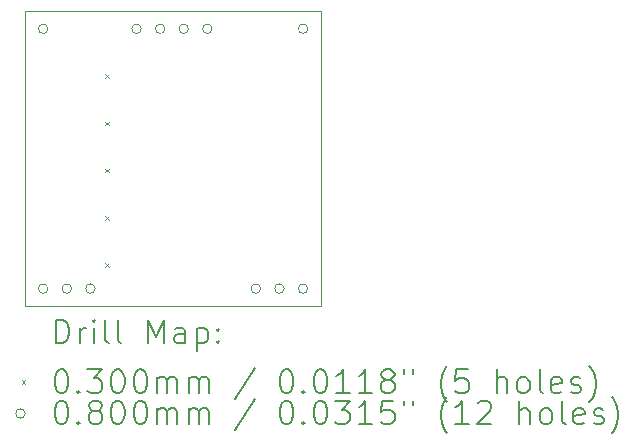
<source format=gbr>
%TF.GenerationSoftware,KiCad,Pcbnew,8.0.3*%
%TF.CreationDate,2024-07-13T20:36:05+02:00*%
%TF.ProjectId,Led Nixie,4c656420-4e69-4786-9965-2e6b69636164,rev?*%
%TF.SameCoordinates,Original*%
%TF.FileFunction,Drillmap*%
%TF.FilePolarity,Positive*%
%FSLAX45Y45*%
G04 Gerber Fmt 4.5, Leading zero omitted, Abs format (unit mm)*
G04 Created by KiCad (PCBNEW 8.0.3) date 2024-07-13 20:36:05*
%MOMM*%
%LPD*%
G01*
G04 APERTURE LIST*
%ADD10C,0.050000*%
%ADD11C,0.200000*%
%ADD12C,0.100000*%
G04 APERTURE END LIST*
D10*
X8750000Y-2750000D02*
X11250000Y-2750000D01*
X11250000Y-5250000D01*
X8750000Y-5250000D01*
X8750000Y-2750000D01*
D11*
D12*
X9425000Y-3285000D02*
X9455000Y-3315000D01*
X9455000Y-3285000D02*
X9425000Y-3315000D01*
X9425000Y-3685000D02*
X9455000Y-3715000D01*
X9455000Y-3685000D02*
X9425000Y-3715000D01*
X9425000Y-4085000D02*
X9455000Y-4115000D01*
X9455000Y-4085000D02*
X9425000Y-4115000D01*
X9425000Y-4485000D02*
X9455000Y-4515000D01*
X9455000Y-4485000D02*
X9425000Y-4515000D01*
X9425000Y-4885000D02*
X9455000Y-4915000D01*
X9455000Y-4885000D02*
X9425000Y-4915000D01*
X8940000Y-2900000D02*
G75*
G02*
X8860000Y-2900000I-40000J0D01*
G01*
X8860000Y-2900000D02*
G75*
G02*
X8940000Y-2900000I40000J0D01*
G01*
X8940000Y-5100000D02*
G75*
G02*
X8860000Y-5100000I-40000J0D01*
G01*
X8860000Y-5100000D02*
G75*
G02*
X8940000Y-5100000I40000J0D01*
G01*
X9140000Y-5100000D02*
G75*
G02*
X9060000Y-5100000I-40000J0D01*
G01*
X9060000Y-5100000D02*
G75*
G02*
X9140000Y-5100000I40000J0D01*
G01*
X9340000Y-5100000D02*
G75*
G02*
X9260000Y-5100000I-40000J0D01*
G01*
X9260000Y-5100000D02*
G75*
G02*
X9340000Y-5100000I40000J0D01*
G01*
X9730000Y-2900000D02*
G75*
G02*
X9650000Y-2900000I-40000J0D01*
G01*
X9650000Y-2900000D02*
G75*
G02*
X9730000Y-2900000I40000J0D01*
G01*
X9930000Y-2900000D02*
G75*
G02*
X9850000Y-2900000I-40000J0D01*
G01*
X9850000Y-2900000D02*
G75*
G02*
X9930000Y-2900000I40000J0D01*
G01*
X10130000Y-2900000D02*
G75*
G02*
X10050000Y-2900000I-40000J0D01*
G01*
X10050000Y-2900000D02*
G75*
G02*
X10130000Y-2900000I40000J0D01*
G01*
X10330000Y-2900000D02*
G75*
G02*
X10250000Y-2900000I-40000J0D01*
G01*
X10250000Y-2900000D02*
G75*
G02*
X10330000Y-2900000I40000J0D01*
G01*
X10740000Y-5100000D02*
G75*
G02*
X10660000Y-5100000I-40000J0D01*
G01*
X10660000Y-5100000D02*
G75*
G02*
X10740000Y-5100000I40000J0D01*
G01*
X10940000Y-5100000D02*
G75*
G02*
X10860000Y-5100000I-40000J0D01*
G01*
X10860000Y-5100000D02*
G75*
G02*
X10940000Y-5100000I40000J0D01*
G01*
X11140000Y-2900000D02*
G75*
G02*
X11060000Y-2900000I-40000J0D01*
G01*
X11060000Y-2900000D02*
G75*
G02*
X11140000Y-2900000I40000J0D01*
G01*
X11140000Y-5100000D02*
G75*
G02*
X11060000Y-5100000I-40000J0D01*
G01*
X11060000Y-5100000D02*
G75*
G02*
X11140000Y-5100000I40000J0D01*
G01*
D11*
X9008277Y-5563984D02*
X9008277Y-5363984D01*
X9008277Y-5363984D02*
X9055896Y-5363984D01*
X9055896Y-5363984D02*
X9084467Y-5373508D01*
X9084467Y-5373508D02*
X9103515Y-5392555D01*
X9103515Y-5392555D02*
X9113039Y-5411603D01*
X9113039Y-5411603D02*
X9122563Y-5449698D01*
X9122563Y-5449698D02*
X9122563Y-5478270D01*
X9122563Y-5478270D02*
X9113039Y-5516365D01*
X9113039Y-5516365D02*
X9103515Y-5535412D01*
X9103515Y-5535412D02*
X9084467Y-5554460D01*
X9084467Y-5554460D02*
X9055896Y-5563984D01*
X9055896Y-5563984D02*
X9008277Y-5563984D01*
X9208277Y-5563984D02*
X9208277Y-5430650D01*
X9208277Y-5468746D02*
X9217801Y-5449698D01*
X9217801Y-5449698D02*
X9227324Y-5440174D01*
X9227324Y-5440174D02*
X9246372Y-5430650D01*
X9246372Y-5430650D02*
X9265420Y-5430650D01*
X9332086Y-5563984D02*
X9332086Y-5430650D01*
X9332086Y-5363984D02*
X9322563Y-5373508D01*
X9322563Y-5373508D02*
X9332086Y-5383031D01*
X9332086Y-5383031D02*
X9341610Y-5373508D01*
X9341610Y-5373508D02*
X9332086Y-5363984D01*
X9332086Y-5363984D02*
X9332086Y-5383031D01*
X9455896Y-5563984D02*
X9436848Y-5554460D01*
X9436848Y-5554460D02*
X9427324Y-5535412D01*
X9427324Y-5535412D02*
X9427324Y-5363984D01*
X9560658Y-5563984D02*
X9541610Y-5554460D01*
X9541610Y-5554460D02*
X9532086Y-5535412D01*
X9532086Y-5535412D02*
X9532086Y-5363984D01*
X9789229Y-5563984D02*
X9789229Y-5363984D01*
X9789229Y-5363984D02*
X9855896Y-5506841D01*
X9855896Y-5506841D02*
X9922563Y-5363984D01*
X9922563Y-5363984D02*
X9922563Y-5563984D01*
X10103515Y-5563984D02*
X10103515Y-5459222D01*
X10103515Y-5459222D02*
X10093991Y-5440174D01*
X10093991Y-5440174D02*
X10074944Y-5430650D01*
X10074944Y-5430650D02*
X10036848Y-5430650D01*
X10036848Y-5430650D02*
X10017801Y-5440174D01*
X10103515Y-5554460D02*
X10084467Y-5563984D01*
X10084467Y-5563984D02*
X10036848Y-5563984D01*
X10036848Y-5563984D02*
X10017801Y-5554460D01*
X10017801Y-5554460D02*
X10008277Y-5535412D01*
X10008277Y-5535412D02*
X10008277Y-5516365D01*
X10008277Y-5516365D02*
X10017801Y-5497317D01*
X10017801Y-5497317D02*
X10036848Y-5487793D01*
X10036848Y-5487793D02*
X10084467Y-5487793D01*
X10084467Y-5487793D02*
X10103515Y-5478270D01*
X10198753Y-5430650D02*
X10198753Y-5630650D01*
X10198753Y-5440174D02*
X10217801Y-5430650D01*
X10217801Y-5430650D02*
X10255896Y-5430650D01*
X10255896Y-5430650D02*
X10274944Y-5440174D01*
X10274944Y-5440174D02*
X10284467Y-5449698D01*
X10284467Y-5449698D02*
X10293991Y-5468746D01*
X10293991Y-5468746D02*
X10293991Y-5525889D01*
X10293991Y-5525889D02*
X10284467Y-5544936D01*
X10284467Y-5544936D02*
X10274944Y-5554460D01*
X10274944Y-5554460D02*
X10255896Y-5563984D01*
X10255896Y-5563984D02*
X10217801Y-5563984D01*
X10217801Y-5563984D02*
X10198753Y-5554460D01*
X10379705Y-5544936D02*
X10389229Y-5554460D01*
X10389229Y-5554460D02*
X10379705Y-5563984D01*
X10379705Y-5563984D02*
X10370182Y-5554460D01*
X10370182Y-5554460D02*
X10379705Y-5544936D01*
X10379705Y-5544936D02*
X10379705Y-5563984D01*
X10379705Y-5440174D02*
X10389229Y-5449698D01*
X10389229Y-5449698D02*
X10379705Y-5459222D01*
X10379705Y-5459222D02*
X10370182Y-5449698D01*
X10370182Y-5449698D02*
X10379705Y-5440174D01*
X10379705Y-5440174D02*
X10379705Y-5459222D01*
D12*
X8717500Y-5877500D02*
X8747500Y-5907500D01*
X8747500Y-5877500D02*
X8717500Y-5907500D01*
D11*
X9046372Y-5783984D02*
X9065420Y-5783984D01*
X9065420Y-5783984D02*
X9084467Y-5793508D01*
X9084467Y-5793508D02*
X9093991Y-5803031D01*
X9093991Y-5803031D02*
X9103515Y-5822079D01*
X9103515Y-5822079D02*
X9113039Y-5860174D01*
X9113039Y-5860174D02*
X9113039Y-5907793D01*
X9113039Y-5907793D02*
X9103515Y-5945888D01*
X9103515Y-5945888D02*
X9093991Y-5964936D01*
X9093991Y-5964936D02*
X9084467Y-5974460D01*
X9084467Y-5974460D02*
X9065420Y-5983984D01*
X9065420Y-5983984D02*
X9046372Y-5983984D01*
X9046372Y-5983984D02*
X9027324Y-5974460D01*
X9027324Y-5974460D02*
X9017801Y-5964936D01*
X9017801Y-5964936D02*
X9008277Y-5945888D01*
X9008277Y-5945888D02*
X8998753Y-5907793D01*
X8998753Y-5907793D02*
X8998753Y-5860174D01*
X8998753Y-5860174D02*
X9008277Y-5822079D01*
X9008277Y-5822079D02*
X9017801Y-5803031D01*
X9017801Y-5803031D02*
X9027324Y-5793508D01*
X9027324Y-5793508D02*
X9046372Y-5783984D01*
X9198753Y-5964936D02*
X9208277Y-5974460D01*
X9208277Y-5974460D02*
X9198753Y-5983984D01*
X9198753Y-5983984D02*
X9189229Y-5974460D01*
X9189229Y-5974460D02*
X9198753Y-5964936D01*
X9198753Y-5964936D02*
X9198753Y-5983984D01*
X9274944Y-5783984D02*
X9398753Y-5783984D01*
X9398753Y-5783984D02*
X9332086Y-5860174D01*
X9332086Y-5860174D02*
X9360658Y-5860174D01*
X9360658Y-5860174D02*
X9379705Y-5869698D01*
X9379705Y-5869698D02*
X9389229Y-5879222D01*
X9389229Y-5879222D02*
X9398753Y-5898269D01*
X9398753Y-5898269D02*
X9398753Y-5945888D01*
X9398753Y-5945888D02*
X9389229Y-5964936D01*
X9389229Y-5964936D02*
X9379705Y-5974460D01*
X9379705Y-5974460D02*
X9360658Y-5983984D01*
X9360658Y-5983984D02*
X9303515Y-5983984D01*
X9303515Y-5983984D02*
X9284467Y-5974460D01*
X9284467Y-5974460D02*
X9274944Y-5964936D01*
X9522563Y-5783984D02*
X9541610Y-5783984D01*
X9541610Y-5783984D02*
X9560658Y-5793508D01*
X9560658Y-5793508D02*
X9570182Y-5803031D01*
X9570182Y-5803031D02*
X9579705Y-5822079D01*
X9579705Y-5822079D02*
X9589229Y-5860174D01*
X9589229Y-5860174D02*
X9589229Y-5907793D01*
X9589229Y-5907793D02*
X9579705Y-5945888D01*
X9579705Y-5945888D02*
X9570182Y-5964936D01*
X9570182Y-5964936D02*
X9560658Y-5974460D01*
X9560658Y-5974460D02*
X9541610Y-5983984D01*
X9541610Y-5983984D02*
X9522563Y-5983984D01*
X9522563Y-5983984D02*
X9503515Y-5974460D01*
X9503515Y-5974460D02*
X9493991Y-5964936D01*
X9493991Y-5964936D02*
X9484467Y-5945888D01*
X9484467Y-5945888D02*
X9474944Y-5907793D01*
X9474944Y-5907793D02*
X9474944Y-5860174D01*
X9474944Y-5860174D02*
X9484467Y-5822079D01*
X9484467Y-5822079D02*
X9493991Y-5803031D01*
X9493991Y-5803031D02*
X9503515Y-5793508D01*
X9503515Y-5793508D02*
X9522563Y-5783984D01*
X9713039Y-5783984D02*
X9732086Y-5783984D01*
X9732086Y-5783984D02*
X9751134Y-5793508D01*
X9751134Y-5793508D02*
X9760658Y-5803031D01*
X9760658Y-5803031D02*
X9770182Y-5822079D01*
X9770182Y-5822079D02*
X9779705Y-5860174D01*
X9779705Y-5860174D02*
X9779705Y-5907793D01*
X9779705Y-5907793D02*
X9770182Y-5945888D01*
X9770182Y-5945888D02*
X9760658Y-5964936D01*
X9760658Y-5964936D02*
X9751134Y-5974460D01*
X9751134Y-5974460D02*
X9732086Y-5983984D01*
X9732086Y-5983984D02*
X9713039Y-5983984D01*
X9713039Y-5983984D02*
X9693991Y-5974460D01*
X9693991Y-5974460D02*
X9684467Y-5964936D01*
X9684467Y-5964936D02*
X9674944Y-5945888D01*
X9674944Y-5945888D02*
X9665420Y-5907793D01*
X9665420Y-5907793D02*
X9665420Y-5860174D01*
X9665420Y-5860174D02*
X9674944Y-5822079D01*
X9674944Y-5822079D02*
X9684467Y-5803031D01*
X9684467Y-5803031D02*
X9693991Y-5793508D01*
X9693991Y-5793508D02*
X9713039Y-5783984D01*
X9865420Y-5983984D02*
X9865420Y-5850650D01*
X9865420Y-5869698D02*
X9874944Y-5860174D01*
X9874944Y-5860174D02*
X9893991Y-5850650D01*
X9893991Y-5850650D02*
X9922563Y-5850650D01*
X9922563Y-5850650D02*
X9941610Y-5860174D01*
X9941610Y-5860174D02*
X9951134Y-5879222D01*
X9951134Y-5879222D02*
X9951134Y-5983984D01*
X9951134Y-5879222D02*
X9960658Y-5860174D01*
X9960658Y-5860174D02*
X9979705Y-5850650D01*
X9979705Y-5850650D02*
X10008277Y-5850650D01*
X10008277Y-5850650D02*
X10027325Y-5860174D01*
X10027325Y-5860174D02*
X10036848Y-5879222D01*
X10036848Y-5879222D02*
X10036848Y-5983984D01*
X10132086Y-5983984D02*
X10132086Y-5850650D01*
X10132086Y-5869698D02*
X10141610Y-5860174D01*
X10141610Y-5860174D02*
X10160658Y-5850650D01*
X10160658Y-5850650D02*
X10189229Y-5850650D01*
X10189229Y-5850650D02*
X10208277Y-5860174D01*
X10208277Y-5860174D02*
X10217801Y-5879222D01*
X10217801Y-5879222D02*
X10217801Y-5983984D01*
X10217801Y-5879222D02*
X10227325Y-5860174D01*
X10227325Y-5860174D02*
X10246372Y-5850650D01*
X10246372Y-5850650D02*
X10274944Y-5850650D01*
X10274944Y-5850650D02*
X10293991Y-5860174D01*
X10293991Y-5860174D02*
X10303515Y-5879222D01*
X10303515Y-5879222D02*
X10303515Y-5983984D01*
X10693991Y-5774460D02*
X10522563Y-6031603D01*
X10951134Y-5783984D02*
X10970182Y-5783984D01*
X10970182Y-5783984D02*
X10989229Y-5793508D01*
X10989229Y-5793508D02*
X10998753Y-5803031D01*
X10998753Y-5803031D02*
X11008277Y-5822079D01*
X11008277Y-5822079D02*
X11017801Y-5860174D01*
X11017801Y-5860174D02*
X11017801Y-5907793D01*
X11017801Y-5907793D02*
X11008277Y-5945888D01*
X11008277Y-5945888D02*
X10998753Y-5964936D01*
X10998753Y-5964936D02*
X10989229Y-5974460D01*
X10989229Y-5974460D02*
X10970182Y-5983984D01*
X10970182Y-5983984D02*
X10951134Y-5983984D01*
X10951134Y-5983984D02*
X10932087Y-5974460D01*
X10932087Y-5974460D02*
X10922563Y-5964936D01*
X10922563Y-5964936D02*
X10913039Y-5945888D01*
X10913039Y-5945888D02*
X10903515Y-5907793D01*
X10903515Y-5907793D02*
X10903515Y-5860174D01*
X10903515Y-5860174D02*
X10913039Y-5822079D01*
X10913039Y-5822079D02*
X10922563Y-5803031D01*
X10922563Y-5803031D02*
X10932087Y-5793508D01*
X10932087Y-5793508D02*
X10951134Y-5783984D01*
X11103515Y-5964936D02*
X11113039Y-5974460D01*
X11113039Y-5974460D02*
X11103515Y-5983984D01*
X11103515Y-5983984D02*
X11093991Y-5974460D01*
X11093991Y-5974460D02*
X11103515Y-5964936D01*
X11103515Y-5964936D02*
X11103515Y-5983984D01*
X11236848Y-5783984D02*
X11255896Y-5783984D01*
X11255896Y-5783984D02*
X11274944Y-5793508D01*
X11274944Y-5793508D02*
X11284467Y-5803031D01*
X11284467Y-5803031D02*
X11293991Y-5822079D01*
X11293991Y-5822079D02*
X11303515Y-5860174D01*
X11303515Y-5860174D02*
X11303515Y-5907793D01*
X11303515Y-5907793D02*
X11293991Y-5945888D01*
X11293991Y-5945888D02*
X11284467Y-5964936D01*
X11284467Y-5964936D02*
X11274944Y-5974460D01*
X11274944Y-5974460D02*
X11255896Y-5983984D01*
X11255896Y-5983984D02*
X11236848Y-5983984D01*
X11236848Y-5983984D02*
X11217801Y-5974460D01*
X11217801Y-5974460D02*
X11208277Y-5964936D01*
X11208277Y-5964936D02*
X11198753Y-5945888D01*
X11198753Y-5945888D02*
X11189229Y-5907793D01*
X11189229Y-5907793D02*
X11189229Y-5860174D01*
X11189229Y-5860174D02*
X11198753Y-5822079D01*
X11198753Y-5822079D02*
X11208277Y-5803031D01*
X11208277Y-5803031D02*
X11217801Y-5793508D01*
X11217801Y-5793508D02*
X11236848Y-5783984D01*
X11493991Y-5983984D02*
X11379706Y-5983984D01*
X11436848Y-5983984D02*
X11436848Y-5783984D01*
X11436848Y-5783984D02*
X11417801Y-5812555D01*
X11417801Y-5812555D02*
X11398753Y-5831603D01*
X11398753Y-5831603D02*
X11379706Y-5841127D01*
X11684467Y-5983984D02*
X11570182Y-5983984D01*
X11627325Y-5983984D02*
X11627325Y-5783984D01*
X11627325Y-5783984D02*
X11608277Y-5812555D01*
X11608277Y-5812555D02*
X11589229Y-5831603D01*
X11589229Y-5831603D02*
X11570182Y-5841127D01*
X11798753Y-5869698D02*
X11779706Y-5860174D01*
X11779706Y-5860174D02*
X11770182Y-5850650D01*
X11770182Y-5850650D02*
X11760658Y-5831603D01*
X11760658Y-5831603D02*
X11760658Y-5822079D01*
X11760658Y-5822079D02*
X11770182Y-5803031D01*
X11770182Y-5803031D02*
X11779706Y-5793508D01*
X11779706Y-5793508D02*
X11798753Y-5783984D01*
X11798753Y-5783984D02*
X11836848Y-5783984D01*
X11836848Y-5783984D02*
X11855896Y-5793508D01*
X11855896Y-5793508D02*
X11865420Y-5803031D01*
X11865420Y-5803031D02*
X11874944Y-5822079D01*
X11874944Y-5822079D02*
X11874944Y-5831603D01*
X11874944Y-5831603D02*
X11865420Y-5850650D01*
X11865420Y-5850650D02*
X11855896Y-5860174D01*
X11855896Y-5860174D02*
X11836848Y-5869698D01*
X11836848Y-5869698D02*
X11798753Y-5869698D01*
X11798753Y-5869698D02*
X11779706Y-5879222D01*
X11779706Y-5879222D02*
X11770182Y-5888746D01*
X11770182Y-5888746D02*
X11760658Y-5907793D01*
X11760658Y-5907793D02*
X11760658Y-5945888D01*
X11760658Y-5945888D02*
X11770182Y-5964936D01*
X11770182Y-5964936D02*
X11779706Y-5974460D01*
X11779706Y-5974460D02*
X11798753Y-5983984D01*
X11798753Y-5983984D02*
X11836848Y-5983984D01*
X11836848Y-5983984D02*
X11855896Y-5974460D01*
X11855896Y-5974460D02*
X11865420Y-5964936D01*
X11865420Y-5964936D02*
X11874944Y-5945888D01*
X11874944Y-5945888D02*
X11874944Y-5907793D01*
X11874944Y-5907793D02*
X11865420Y-5888746D01*
X11865420Y-5888746D02*
X11855896Y-5879222D01*
X11855896Y-5879222D02*
X11836848Y-5869698D01*
X11951134Y-5783984D02*
X11951134Y-5822079D01*
X12027325Y-5783984D02*
X12027325Y-5822079D01*
X12322563Y-6060174D02*
X12313039Y-6050650D01*
X12313039Y-6050650D02*
X12293991Y-6022079D01*
X12293991Y-6022079D02*
X12284468Y-6003031D01*
X12284468Y-6003031D02*
X12274944Y-5974460D01*
X12274944Y-5974460D02*
X12265420Y-5926841D01*
X12265420Y-5926841D02*
X12265420Y-5888746D01*
X12265420Y-5888746D02*
X12274944Y-5841127D01*
X12274944Y-5841127D02*
X12284468Y-5812555D01*
X12284468Y-5812555D02*
X12293991Y-5793508D01*
X12293991Y-5793508D02*
X12313039Y-5764936D01*
X12313039Y-5764936D02*
X12322563Y-5755412D01*
X12493991Y-5783984D02*
X12398753Y-5783984D01*
X12398753Y-5783984D02*
X12389229Y-5879222D01*
X12389229Y-5879222D02*
X12398753Y-5869698D01*
X12398753Y-5869698D02*
X12417801Y-5860174D01*
X12417801Y-5860174D02*
X12465420Y-5860174D01*
X12465420Y-5860174D02*
X12484468Y-5869698D01*
X12484468Y-5869698D02*
X12493991Y-5879222D01*
X12493991Y-5879222D02*
X12503515Y-5898269D01*
X12503515Y-5898269D02*
X12503515Y-5945888D01*
X12503515Y-5945888D02*
X12493991Y-5964936D01*
X12493991Y-5964936D02*
X12484468Y-5974460D01*
X12484468Y-5974460D02*
X12465420Y-5983984D01*
X12465420Y-5983984D02*
X12417801Y-5983984D01*
X12417801Y-5983984D02*
X12398753Y-5974460D01*
X12398753Y-5974460D02*
X12389229Y-5964936D01*
X12741610Y-5983984D02*
X12741610Y-5783984D01*
X12827325Y-5983984D02*
X12827325Y-5879222D01*
X12827325Y-5879222D02*
X12817801Y-5860174D01*
X12817801Y-5860174D02*
X12798753Y-5850650D01*
X12798753Y-5850650D02*
X12770182Y-5850650D01*
X12770182Y-5850650D02*
X12751134Y-5860174D01*
X12751134Y-5860174D02*
X12741610Y-5869698D01*
X12951134Y-5983984D02*
X12932087Y-5974460D01*
X12932087Y-5974460D02*
X12922563Y-5964936D01*
X12922563Y-5964936D02*
X12913039Y-5945888D01*
X12913039Y-5945888D02*
X12913039Y-5888746D01*
X12913039Y-5888746D02*
X12922563Y-5869698D01*
X12922563Y-5869698D02*
X12932087Y-5860174D01*
X12932087Y-5860174D02*
X12951134Y-5850650D01*
X12951134Y-5850650D02*
X12979706Y-5850650D01*
X12979706Y-5850650D02*
X12998753Y-5860174D01*
X12998753Y-5860174D02*
X13008277Y-5869698D01*
X13008277Y-5869698D02*
X13017801Y-5888746D01*
X13017801Y-5888746D02*
X13017801Y-5945888D01*
X13017801Y-5945888D02*
X13008277Y-5964936D01*
X13008277Y-5964936D02*
X12998753Y-5974460D01*
X12998753Y-5974460D02*
X12979706Y-5983984D01*
X12979706Y-5983984D02*
X12951134Y-5983984D01*
X13132087Y-5983984D02*
X13113039Y-5974460D01*
X13113039Y-5974460D02*
X13103515Y-5955412D01*
X13103515Y-5955412D02*
X13103515Y-5783984D01*
X13284468Y-5974460D02*
X13265420Y-5983984D01*
X13265420Y-5983984D02*
X13227325Y-5983984D01*
X13227325Y-5983984D02*
X13208277Y-5974460D01*
X13208277Y-5974460D02*
X13198753Y-5955412D01*
X13198753Y-5955412D02*
X13198753Y-5879222D01*
X13198753Y-5879222D02*
X13208277Y-5860174D01*
X13208277Y-5860174D02*
X13227325Y-5850650D01*
X13227325Y-5850650D02*
X13265420Y-5850650D01*
X13265420Y-5850650D02*
X13284468Y-5860174D01*
X13284468Y-5860174D02*
X13293991Y-5879222D01*
X13293991Y-5879222D02*
X13293991Y-5898269D01*
X13293991Y-5898269D02*
X13198753Y-5917317D01*
X13370182Y-5974460D02*
X13389230Y-5983984D01*
X13389230Y-5983984D02*
X13427325Y-5983984D01*
X13427325Y-5983984D02*
X13446372Y-5974460D01*
X13446372Y-5974460D02*
X13455896Y-5955412D01*
X13455896Y-5955412D02*
X13455896Y-5945888D01*
X13455896Y-5945888D02*
X13446372Y-5926841D01*
X13446372Y-5926841D02*
X13427325Y-5917317D01*
X13427325Y-5917317D02*
X13398753Y-5917317D01*
X13398753Y-5917317D02*
X13379706Y-5907793D01*
X13379706Y-5907793D02*
X13370182Y-5888746D01*
X13370182Y-5888746D02*
X13370182Y-5879222D01*
X13370182Y-5879222D02*
X13379706Y-5860174D01*
X13379706Y-5860174D02*
X13398753Y-5850650D01*
X13398753Y-5850650D02*
X13427325Y-5850650D01*
X13427325Y-5850650D02*
X13446372Y-5860174D01*
X13522563Y-6060174D02*
X13532087Y-6050650D01*
X13532087Y-6050650D02*
X13551134Y-6022079D01*
X13551134Y-6022079D02*
X13560658Y-6003031D01*
X13560658Y-6003031D02*
X13570182Y-5974460D01*
X13570182Y-5974460D02*
X13579706Y-5926841D01*
X13579706Y-5926841D02*
X13579706Y-5888746D01*
X13579706Y-5888746D02*
X13570182Y-5841127D01*
X13570182Y-5841127D02*
X13560658Y-5812555D01*
X13560658Y-5812555D02*
X13551134Y-5793508D01*
X13551134Y-5793508D02*
X13532087Y-5764936D01*
X13532087Y-5764936D02*
X13522563Y-5755412D01*
D12*
X8747500Y-6156500D02*
G75*
G02*
X8667500Y-6156500I-40000J0D01*
G01*
X8667500Y-6156500D02*
G75*
G02*
X8747500Y-6156500I40000J0D01*
G01*
D11*
X9046372Y-6047984D02*
X9065420Y-6047984D01*
X9065420Y-6047984D02*
X9084467Y-6057508D01*
X9084467Y-6057508D02*
X9093991Y-6067031D01*
X9093991Y-6067031D02*
X9103515Y-6086079D01*
X9103515Y-6086079D02*
X9113039Y-6124174D01*
X9113039Y-6124174D02*
X9113039Y-6171793D01*
X9113039Y-6171793D02*
X9103515Y-6209888D01*
X9103515Y-6209888D02*
X9093991Y-6228936D01*
X9093991Y-6228936D02*
X9084467Y-6238460D01*
X9084467Y-6238460D02*
X9065420Y-6247984D01*
X9065420Y-6247984D02*
X9046372Y-6247984D01*
X9046372Y-6247984D02*
X9027324Y-6238460D01*
X9027324Y-6238460D02*
X9017801Y-6228936D01*
X9017801Y-6228936D02*
X9008277Y-6209888D01*
X9008277Y-6209888D02*
X8998753Y-6171793D01*
X8998753Y-6171793D02*
X8998753Y-6124174D01*
X8998753Y-6124174D02*
X9008277Y-6086079D01*
X9008277Y-6086079D02*
X9017801Y-6067031D01*
X9017801Y-6067031D02*
X9027324Y-6057508D01*
X9027324Y-6057508D02*
X9046372Y-6047984D01*
X9198753Y-6228936D02*
X9208277Y-6238460D01*
X9208277Y-6238460D02*
X9198753Y-6247984D01*
X9198753Y-6247984D02*
X9189229Y-6238460D01*
X9189229Y-6238460D02*
X9198753Y-6228936D01*
X9198753Y-6228936D02*
X9198753Y-6247984D01*
X9322563Y-6133698D02*
X9303515Y-6124174D01*
X9303515Y-6124174D02*
X9293991Y-6114650D01*
X9293991Y-6114650D02*
X9284467Y-6095603D01*
X9284467Y-6095603D02*
X9284467Y-6086079D01*
X9284467Y-6086079D02*
X9293991Y-6067031D01*
X9293991Y-6067031D02*
X9303515Y-6057508D01*
X9303515Y-6057508D02*
X9322563Y-6047984D01*
X9322563Y-6047984D02*
X9360658Y-6047984D01*
X9360658Y-6047984D02*
X9379705Y-6057508D01*
X9379705Y-6057508D02*
X9389229Y-6067031D01*
X9389229Y-6067031D02*
X9398753Y-6086079D01*
X9398753Y-6086079D02*
X9398753Y-6095603D01*
X9398753Y-6095603D02*
X9389229Y-6114650D01*
X9389229Y-6114650D02*
X9379705Y-6124174D01*
X9379705Y-6124174D02*
X9360658Y-6133698D01*
X9360658Y-6133698D02*
X9322563Y-6133698D01*
X9322563Y-6133698D02*
X9303515Y-6143222D01*
X9303515Y-6143222D02*
X9293991Y-6152746D01*
X9293991Y-6152746D02*
X9284467Y-6171793D01*
X9284467Y-6171793D02*
X9284467Y-6209888D01*
X9284467Y-6209888D02*
X9293991Y-6228936D01*
X9293991Y-6228936D02*
X9303515Y-6238460D01*
X9303515Y-6238460D02*
X9322563Y-6247984D01*
X9322563Y-6247984D02*
X9360658Y-6247984D01*
X9360658Y-6247984D02*
X9379705Y-6238460D01*
X9379705Y-6238460D02*
X9389229Y-6228936D01*
X9389229Y-6228936D02*
X9398753Y-6209888D01*
X9398753Y-6209888D02*
X9398753Y-6171793D01*
X9398753Y-6171793D02*
X9389229Y-6152746D01*
X9389229Y-6152746D02*
X9379705Y-6143222D01*
X9379705Y-6143222D02*
X9360658Y-6133698D01*
X9522563Y-6047984D02*
X9541610Y-6047984D01*
X9541610Y-6047984D02*
X9560658Y-6057508D01*
X9560658Y-6057508D02*
X9570182Y-6067031D01*
X9570182Y-6067031D02*
X9579705Y-6086079D01*
X9579705Y-6086079D02*
X9589229Y-6124174D01*
X9589229Y-6124174D02*
X9589229Y-6171793D01*
X9589229Y-6171793D02*
X9579705Y-6209888D01*
X9579705Y-6209888D02*
X9570182Y-6228936D01*
X9570182Y-6228936D02*
X9560658Y-6238460D01*
X9560658Y-6238460D02*
X9541610Y-6247984D01*
X9541610Y-6247984D02*
X9522563Y-6247984D01*
X9522563Y-6247984D02*
X9503515Y-6238460D01*
X9503515Y-6238460D02*
X9493991Y-6228936D01*
X9493991Y-6228936D02*
X9484467Y-6209888D01*
X9484467Y-6209888D02*
X9474944Y-6171793D01*
X9474944Y-6171793D02*
X9474944Y-6124174D01*
X9474944Y-6124174D02*
X9484467Y-6086079D01*
X9484467Y-6086079D02*
X9493991Y-6067031D01*
X9493991Y-6067031D02*
X9503515Y-6057508D01*
X9503515Y-6057508D02*
X9522563Y-6047984D01*
X9713039Y-6047984D02*
X9732086Y-6047984D01*
X9732086Y-6047984D02*
X9751134Y-6057508D01*
X9751134Y-6057508D02*
X9760658Y-6067031D01*
X9760658Y-6067031D02*
X9770182Y-6086079D01*
X9770182Y-6086079D02*
X9779705Y-6124174D01*
X9779705Y-6124174D02*
X9779705Y-6171793D01*
X9779705Y-6171793D02*
X9770182Y-6209888D01*
X9770182Y-6209888D02*
X9760658Y-6228936D01*
X9760658Y-6228936D02*
X9751134Y-6238460D01*
X9751134Y-6238460D02*
X9732086Y-6247984D01*
X9732086Y-6247984D02*
X9713039Y-6247984D01*
X9713039Y-6247984D02*
X9693991Y-6238460D01*
X9693991Y-6238460D02*
X9684467Y-6228936D01*
X9684467Y-6228936D02*
X9674944Y-6209888D01*
X9674944Y-6209888D02*
X9665420Y-6171793D01*
X9665420Y-6171793D02*
X9665420Y-6124174D01*
X9665420Y-6124174D02*
X9674944Y-6086079D01*
X9674944Y-6086079D02*
X9684467Y-6067031D01*
X9684467Y-6067031D02*
X9693991Y-6057508D01*
X9693991Y-6057508D02*
X9713039Y-6047984D01*
X9865420Y-6247984D02*
X9865420Y-6114650D01*
X9865420Y-6133698D02*
X9874944Y-6124174D01*
X9874944Y-6124174D02*
X9893991Y-6114650D01*
X9893991Y-6114650D02*
X9922563Y-6114650D01*
X9922563Y-6114650D02*
X9941610Y-6124174D01*
X9941610Y-6124174D02*
X9951134Y-6143222D01*
X9951134Y-6143222D02*
X9951134Y-6247984D01*
X9951134Y-6143222D02*
X9960658Y-6124174D01*
X9960658Y-6124174D02*
X9979705Y-6114650D01*
X9979705Y-6114650D02*
X10008277Y-6114650D01*
X10008277Y-6114650D02*
X10027325Y-6124174D01*
X10027325Y-6124174D02*
X10036848Y-6143222D01*
X10036848Y-6143222D02*
X10036848Y-6247984D01*
X10132086Y-6247984D02*
X10132086Y-6114650D01*
X10132086Y-6133698D02*
X10141610Y-6124174D01*
X10141610Y-6124174D02*
X10160658Y-6114650D01*
X10160658Y-6114650D02*
X10189229Y-6114650D01*
X10189229Y-6114650D02*
X10208277Y-6124174D01*
X10208277Y-6124174D02*
X10217801Y-6143222D01*
X10217801Y-6143222D02*
X10217801Y-6247984D01*
X10217801Y-6143222D02*
X10227325Y-6124174D01*
X10227325Y-6124174D02*
X10246372Y-6114650D01*
X10246372Y-6114650D02*
X10274944Y-6114650D01*
X10274944Y-6114650D02*
X10293991Y-6124174D01*
X10293991Y-6124174D02*
X10303515Y-6143222D01*
X10303515Y-6143222D02*
X10303515Y-6247984D01*
X10693991Y-6038460D02*
X10522563Y-6295603D01*
X10951134Y-6047984D02*
X10970182Y-6047984D01*
X10970182Y-6047984D02*
X10989229Y-6057508D01*
X10989229Y-6057508D02*
X10998753Y-6067031D01*
X10998753Y-6067031D02*
X11008277Y-6086079D01*
X11008277Y-6086079D02*
X11017801Y-6124174D01*
X11017801Y-6124174D02*
X11017801Y-6171793D01*
X11017801Y-6171793D02*
X11008277Y-6209888D01*
X11008277Y-6209888D02*
X10998753Y-6228936D01*
X10998753Y-6228936D02*
X10989229Y-6238460D01*
X10989229Y-6238460D02*
X10970182Y-6247984D01*
X10970182Y-6247984D02*
X10951134Y-6247984D01*
X10951134Y-6247984D02*
X10932087Y-6238460D01*
X10932087Y-6238460D02*
X10922563Y-6228936D01*
X10922563Y-6228936D02*
X10913039Y-6209888D01*
X10913039Y-6209888D02*
X10903515Y-6171793D01*
X10903515Y-6171793D02*
X10903515Y-6124174D01*
X10903515Y-6124174D02*
X10913039Y-6086079D01*
X10913039Y-6086079D02*
X10922563Y-6067031D01*
X10922563Y-6067031D02*
X10932087Y-6057508D01*
X10932087Y-6057508D02*
X10951134Y-6047984D01*
X11103515Y-6228936D02*
X11113039Y-6238460D01*
X11113039Y-6238460D02*
X11103515Y-6247984D01*
X11103515Y-6247984D02*
X11093991Y-6238460D01*
X11093991Y-6238460D02*
X11103515Y-6228936D01*
X11103515Y-6228936D02*
X11103515Y-6247984D01*
X11236848Y-6047984D02*
X11255896Y-6047984D01*
X11255896Y-6047984D02*
X11274944Y-6057508D01*
X11274944Y-6057508D02*
X11284467Y-6067031D01*
X11284467Y-6067031D02*
X11293991Y-6086079D01*
X11293991Y-6086079D02*
X11303515Y-6124174D01*
X11303515Y-6124174D02*
X11303515Y-6171793D01*
X11303515Y-6171793D02*
X11293991Y-6209888D01*
X11293991Y-6209888D02*
X11284467Y-6228936D01*
X11284467Y-6228936D02*
X11274944Y-6238460D01*
X11274944Y-6238460D02*
X11255896Y-6247984D01*
X11255896Y-6247984D02*
X11236848Y-6247984D01*
X11236848Y-6247984D02*
X11217801Y-6238460D01*
X11217801Y-6238460D02*
X11208277Y-6228936D01*
X11208277Y-6228936D02*
X11198753Y-6209888D01*
X11198753Y-6209888D02*
X11189229Y-6171793D01*
X11189229Y-6171793D02*
X11189229Y-6124174D01*
X11189229Y-6124174D02*
X11198753Y-6086079D01*
X11198753Y-6086079D02*
X11208277Y-6067031D01*
X11208277Y-6067031D02*
X11217801Y-6057508D01*
X11217801Y-6057508D02*
X11236848Y-6047984D01*
X11370182Y-6047984D02*
X11493991Y-6047984D01*
X11493991Y-6047984D02*
X11427325Y-6124174D01*
X11427325Y-6124174D02*
X11455896Y-6124174D01*
X11455896Y-6124174D02*
X11474944Y-6133698D01*
X11474944Y-6133698D02*
X11484467Y-6143222D01*
X11484467Y-6143222D02*
X11493991Y-6162269D01*
X11493991Y-6162269D02*
X11493991Y-6209888D01*
X11493991Y-6209888D02*
X11484467Y-6228936D01*
X11484467Y-6228936D02*
X11474944Y-6238460D01*
X11474944Y-6238460D02*
X11455896Y-6247984D01*
X11455896Y-6247984D02*
X11398753Y-6247984D01*
X11398753Y-6247984D02*
X11379706Y-6238460D01*
X11379706Y-6238460D02*
X11370182Y-6228936D01*
X11684467Y-6247984D02*
X11570182Y-6247984D01*
X11627325Y-6247984D02*
X11627325Y-6047984D01*
X11627325Y-6047984D02*
X11608277Y-6076555D01*
X11608277Y-6076555D02*
X11589229Y-6095603D01*
X11589229Y-6095603D02*
X11570182Y-6105127D01*
X11865420Y-6047984D02*
X11770182Y-6047984D01*
X11770182Y-6047984D02*
X11760658Y-6143222D01*
X11760658Y-6143222D02*
X11770182Y-6133698D01*
X11770182Y-6133698D02*
X11789229Y-6124174D01*
X11789229Y-6124174D02*
X11836848Y-6124174D01*
X11836848Y-6124174D02*
X11855896Y-6133698D01*
X11855896Y-6133698D02*
X11865420Y-6143222D01*
X11865420Y-6143222D02*
X11874944Y-6162269D01*
X11874944Y-6162269D02*
X11874944Y-6209888D01*
X11874944Y-6209888D02*
X11865420Y-6228936D01*
X11865420Y-6228936D02*
X11855896Y-6238460D01*
X11855896Y-6238460D02*
X11836848Y-6247984D01*
X11836848Y-6247984D02*
X11789229Y-6247984D01*
X11789229Y-6247984D02*
X11770182Y-6238460D01*
X11770182Y-6238460D02*
X11760658Y-6228936D01*
X11951134Y-6047984D02*
X11951134Y-6086079D01*
X12027325Y-6047984D02*
X12027325Y-6086079D01*
X12322563Y-6324174D02*
X12313039Y-6314650D01*
X12313039Y-6314650D02*
X12293991Y-6286079D01*
X12293991Y-6286079D02*
X12284468Y-6267031D01*
X12284468Y-6267031D02*
X12274944Y-6238460D01*
X12274944Y-6238460D02*
X12265420Y-6190841D01*
X12265420Y-6190841D02*
X12265420Y-6152746D01*
X12265420Y-6152746D02*
X12274944Y-6105127D01*
X12274944Y-6105127D02*
X12284468Y-6076555D01*
X12284468Y-6076555D02*
X12293991Y-6057508D01*
X12293991Y-6057508D02*
X12313039Y-6028936D01*
X12313039Y-6028936D02*
X12322563Y-6019412D01*
X12503515Y-6247984D02*
X12389229Y-6247984D01*
X12446372Y-6247984D02*
X12446372Y-6047984D01*
X12446372Y-6047984D02*
X12427325Y-6076555D01*
X12427325Y-6076555D02*
X12408277Y-6095603D01*
X12408277Y-6095603D02*
X12389229Y-6105127D01*
X12579706Y-6067031D02*
X12589229Y-6057508D01*
X12589229Y-6057508D02*
X12608277Y-6047984D01*
X12608277Y-6047984D02*
X12655896Y-6047984D01*
X12655896Y-6047984D02*
X12674944Y-6057508D01*
X12674944Y-6057508D02*
X12684468Y-6067031D01*
X12684468Y-6067031D02*
X12693991Y-6086079D01*
X12693991Y-6086079D02*
X12693991Y-6105127D01*
X12693991Y-6105127D02*
X12684468Y-6133698D01*
X12684468Y-6133698D02*
X12570182Y-6247984D01*
X12570182Y-6247984D02*
X12693991Y-6247984D01*
X12932087Y-6247984D02*
X12932087Y-6047984D01*
X13017801Y-6247984D02*
X13017801Y-6143222D01*
X13017801Y-6143222D02*
X13008277Y-6124174D01*
X13008277Y-6124174D02*
X12989230Y-6114650D01*
X12989230Y-6114650D02*
X12960658Y-6114650D01*
X12960658Y-6114650D02*
X12941610Y-6124174D01*
X12941610Y-6124174D02*
X12932087Y-6133698D01*
X13141610Y-6247984D02*
X13122563Y-6238460D01*
X13122563Y-6238460D02*
X13113039Y-6228936D01*
X13113039Y-6228936D02*
X13103515Y-6209888D01*
X13103515Y-6209888D02*
X13103515Y-6152746D01*
X13103515Y-6152746D02*
X13113039Y-6133698D01*
X13113039Y-6133698D02*
X13122563Y-6124174D01*
X13122563Y-6124174D02*
X13141610Y-6114650D01*
X13141610Y-6114650D02*
X13170182Y-6114650D01*
X13170182Y-6114650D02*
X13189230Y-6124174D01*
X13189230Y-6124174D02*
X13198753Y-6133698D01*
X13198753Y-6133698D02*
X13208277Y-6152746D01*
X13208277Y-6152746D02*
X13208277Y-6209888D01*
X13208277Y-6209888D02*
X13198753Y-6228936D01*
X13198753Y-6228936D02*
X13189230Y-6238460D01*
X13189230Y-6238460D02*
X13170182Y-6247984D01*
X13170182Y-6247984D02*
X13141610Y-6247984D01*
X13322563Y-6247984D02*
X13303515Y-6238460D01*
X13303515Y-6238460D02*
X13293991Y-6219412D01*
X13293991Y-6219412D02*
X13293991Y-6047984D01*
X13474944Y-6238460D02*
X13455896Y-6247984D01*
X13455896Y-6247984D02*
X13417801Y-6247984D01*
X13417801Y-6247984D02*
X13398753Y-6238460D01*
X13398753Y-6238460D02*
X13389230Y-6219412D01*
X13389230Y-6219412D02*
X13389230Y-6143222D01*
X13389230Y-6143222D02*
X13398753Y-6124174D01*
X13398753Y-6124174D02*
X13417801Y-6114650D01*
X13417801Y-6114650D02*
X13455896Y-6114650D01*
X13455896Y-6114650D02*
X13474944Y-6124174D01*
X13474944Y-6124174D02*
X13484468Y-6143222D01*
X13484468Y-6143222D02*
X13484468Y-6162269D01*
X13484468Y-6162269D02*
X13389230Y-6181317D01*
X13560658Y-6238460D02*
X13579706Y-6247984D01*
X13579706Y-6247984D02*
X13617801Y-6247984D01*
X13617801Y-6247984D02*
X13636849Y-6238460D01*
X13636849Y-6238460D02*
X13646372Y-6219412D01*
X13646372Y-6219412D02*
X13646372Y-6209888D01*
X13646372Y-6209888D02*
X13636849Y-6190841D01*
X13636849Y-6190841D02*
X13617801Y-6181317D01*
X13617801Y-6181317D02*
X13589230Y-6181317D01*
X13589230Y-6181317D02*
X13570182Y-6171793D01*
X13570182Y-6171793D02*
X13560658Y-6152746D01*
X13560658Y-6152746D02*
X13560658Y-6143222D01*
X13560658Y-6143222D02*
X13570182Y-6124174D01*
X13570182Y-6124174D02*
X13589230Y-6114650D01*
X13589230Y-6114650D02*
X13617801Y-6114650D01*
X13617801Y-6114650D02*
X13636849Y-6124174D01*
X13713039Y-6324174D02*
X13722563Y-6314650D01*
X13722563Y-6314650D02*
X13741611Y-6286079D01*
X13741611Y-6286079D02*
X13751134Y-6267031D01*
X13751134Y-6267031D02*
X13760658Y-6238460D01*
X13760658Y-6238460D02*
X13770182Y-6190841D01*
X13770182Y-6190841D02*
X13770182Y-6152746D01*
X13770182Y-6152746D02*
X13760658Y-6105127D01*
X13760658Y-6105127D02*
X13751134Y-6076555D01*
X13751134Y-6076555D02*
X13741611Y-6057508D01*
X13741611Y-6057508D02*
X13722563Y-6028936D01*
X13722563Y-6028936D02*
X13713039Y-6019412D01*
M02*

</source>
